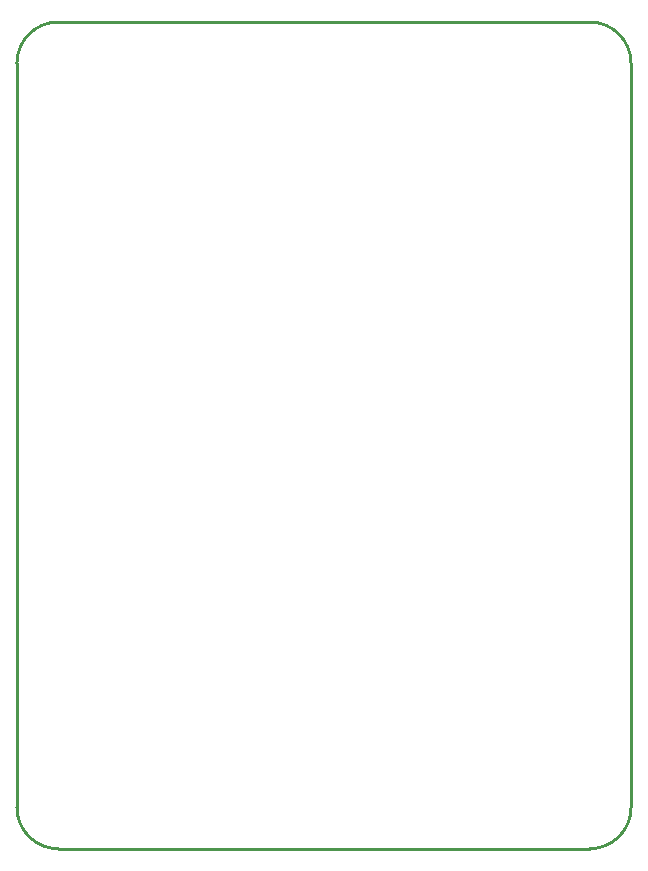
<source format=gbr>
G04 start of page 6 for group 4 idx 4 *
G04 Title: (unknown), outline *
G04 Creator: pcb 1.99z *
G04 CreationDate: Mon 27 May 2013 22:28:21 GMT UTC *
G04 For: rbarlow *
G04 Format: Gerber/RS-274X *
G04 PCB-Dimensions (mm): 70.00 90.00 *
G04 PCB-Coordinate-Origin: lower left *
%MOMM*%
%FSLAX43Y43*%
%LNOUTLINE*%
%ADD114C,0.250*%
G54D114*X13500Y80000D02*X58500D01*
X62000Y76500D02*Y13500D01*
X58500Y10000D02*X13500D01*
X10000Y13500D02*Y76500D01*
G75*G02X13500Y80000I3500J0D01*G01*
X58500D02*G75*G02X62000Y76500I0J-3500D01*G01*
X10000Y13500D02*G75*G03X13500Y10000I3500J0D01*G01*
X58500D02*G75*G03X62000Y13500I0J3500D01*G01*
M02*

</source>
